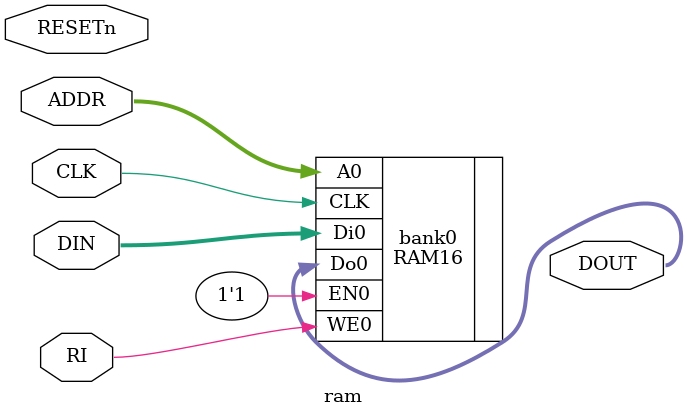
<source format=v>
`default_nettype none
`timescale 1ns/1ns

module ram(
`ifdef USE_POWER_PINS
  input wire        VPWR,
  input wire        VGND,
`endif

  input wire CLK,
  input wire RESETn,

  input wire [3:0] ADDR,
  input wire [7:0] DIN,
  output wire [7:0] DOUT,
  input wire RI
);

  // wire [7:0] out0;
  // wire [7:0] out1;

  // wire RAM0_EN = ~ADDR[3];
  // wire RAM1_EN =  ADDR[3];

  RAM16 bank0(
`ifdef USE_POWER_PINS
    .VPWR(VPWR),
    .VGND(VGND),
`endif
    .CLK(CLK),
    .EN0(1'b1),
    .WE0(RI),
    .A0(ADDR),
    .Di0(DIN),
    .Do0(DOUT)
  );

//   RAM8 bank1(
// `ifdef USE_POWER_PINS
//     .VPWR(VPWR),
//     .VGND(VGND),
// `endif
//     .CLK(CLK),
//     .EN0(RAM1_EN),
//     .WE0(RI),
//     .A0(ADDR[2:0]),
//     .Di0(DIN),
//     .Do0(out1)
//   );

  // assign DOUT = RI ? 8'b0 : (RAM0_EN ? out0 : out1);

endmodule

</source>
